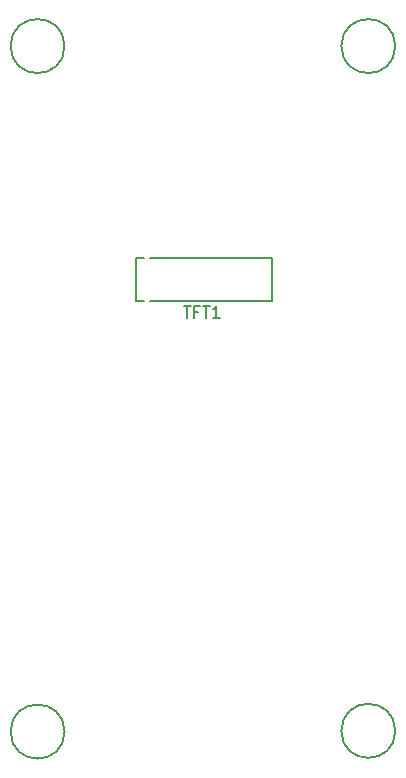
<source format=gbr>
G04 #@! TF.FileFunction,Legend,Top*
%FSLAX46Y46*%
G04 Gerber Fmt 4.6, Leading zero omitted, Abs format (unit mm)*
G04 Created by KiCad (PCBNEW 4.0.2-stable) date 10.07.2016 15:03:55*
%MOMM*%
G01*
G04 APERTURE LIST*
%ADD10C,0.100000*%
%ADD11C,0.150000*%
G04 APERTURE END LIST*
D10*
D11*
X146077500Y-106594500D02*
X156377500Y-106594500D01*
X156377500Y-106594500D02*
X156377500Y-110194500D01*
X156377500Y-110194500D02*
X146077500Y-110194500D01*
X145577500Y-110194500D02*
X144877500Y-110194500D01*
X144877500Y-110194500D02*
X144877500Y-106594500D01*
X144877500Y-106594500D02*
X145577500Y-106594500D01*
X138811000Y-88646000D02*
G75*
G03X138811000Y-88646000I-2286000J0D01*
G01*
X166814500Y-88646000D02*
G75*
G03X166814500Y-88646000I-2286000J0D01*
G01*
X138811000Y-146685000D02*
G75*
G03X138811000Y-146685000I-2286000J0D01*
G01*
X166814500Y-146621500D02*
G75*
G03X166814500Y-146621500I-2286000J0D01*
G01*
X148906071Y-110646881D02*
X149477500Y-110646881D01*
X149191785Y-111646881D02*
X149191785Y-110646881D01*
X150144167Y-111123071D02*
X149810833Y-111123071D01*
X149810833Y-111646881D02*
X149810833Y-110646881D01*
X150287024Y-110646881D01*
X150525119Y-110646881D02*
X151096548Y-110646881D01*
X150810833Y-111646881D02*
X150810833Y-110646881D01*
X151953691Y-111646881D02*
X151382262Y-111646881D01*
X151667976Y-111646881D02*
X151667976Y-110646881D01*
X151572738Y-110789738D01*
X151477500Y-110884976D01*
X151382262Y-110932595D01*
M02*

</source>
